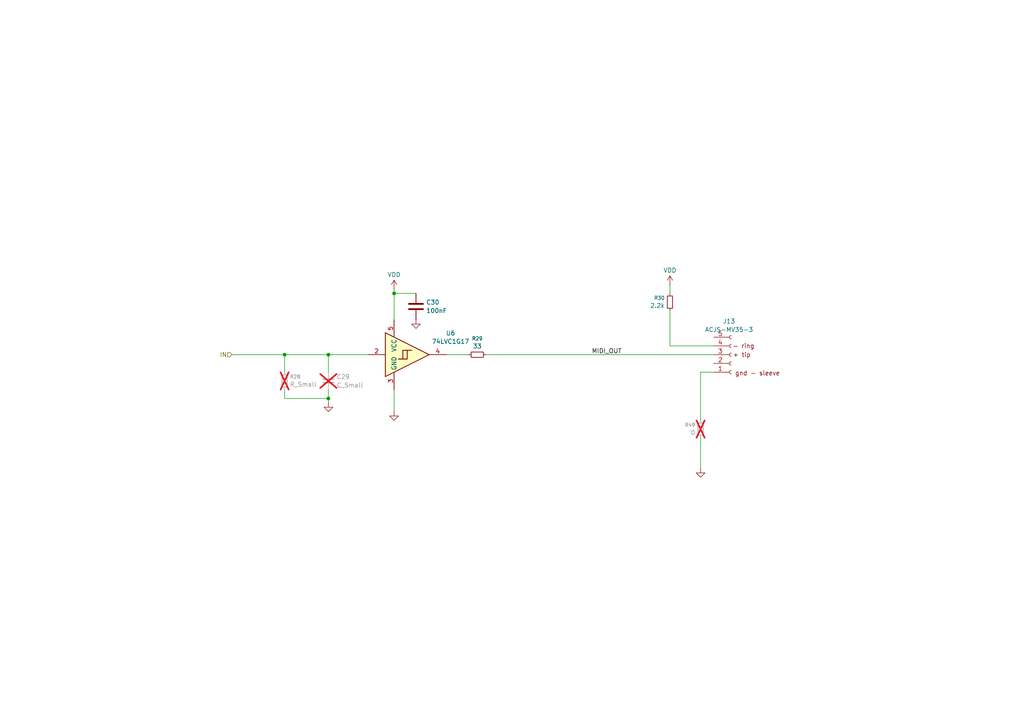
<source format=kicad_sch>
(kicad_sch (version 20250114) (generator "eeschema") (generator_version "9.0")
  (paper "A4")
  (lib_symbols
    (symbol "74xGxx:74LVC1G17"
      (property "Reference" "U" (at 0 3.81 0))
      (property "Value" "74LVC1G17" (at 0 -3.81 0))
      (symbol "74LVC1G17_0_1"
        (polyline (pts (xy -7.62 6.35) (xy -7.62 -6.35) (xy 5.08 0) (xy -7.62 6.35)) (stroke (width 0.254)) (fill (type background)))
        (polyline (pts (xy -3.81 -1.27) (xy -2.54 -1.27) (xy -2.54 1.27) (xy -1.27 1.27)) (stroke (width 0.254)) (fill (type background)))
        (polyline (pts (xy -2.54 -1.27) (xy -1.27 -1.27) (xy -1.27 1.27) (xy 0 1.27)) (stroke (width 0.254)) (fill (type background)))
      )
      (symbol "74LVC1G17_1_1"
        (pin input line (at -12.7 0 0) (length 5.08) (name "~") (number "2"))
        (pin no_connect line (at -7.62 5.08 180) (length 5.08) (hide yes) (name "NC") (number "1"))
        (pin power_in line (at -5.08 10.16 270) (length 5.08) (name "VCC") (number "5"))
        (pin power_in line (at -5.08 -10.16 90) (length 5.08) (name "GND") (number "3"))
        (pin output line (at 10.16 0 180) (length 5.08) (name "~") (number "4"))
      )
    )
    (symbol "Connector:Conn_01x05_Socket" (pin_names (offset 1.016) (hide yes))
      (property "Reference" "J1" (at -0.635 -9.6817 0))
      (property "Value" "ACJS-MV35-3" (at -0.635 -7.2574 0))
      (symbol "Conn_01x05_Socket_1_1"
        (polyline (pts (xy -1.27 5.08) (xy -0.508 5.08)) (stroke (width 0.1524)))
        (polyline (pts (xy -1.27 2.54) (xy -0.508 2.54)) (stroke (width 0.1524)))
        (polyline (pts (xy -1.27 0) (xy -0.508 0)) (stroke (width 0.1524)))
        (polyline (pts (xy -1.27 -2.54) (xy -0.508 -2.54)) (stroke (width 0.1524)))
        (polyline (pts (xy -1.27 -5.08) (xy -0.508 -5.08)) (stroke (width 0.1524)))
        (arc (start 0 4.572) (mid -0.5058 5.08) (end 0 5.588) (stroke (width 0.1524)))
        (arc (start 0 2.032) (mid -0.5058 2.54) (end 0 3.048) (stroke (width 0.1524)))
        (arc (start 0 -0.508) (mid -0.5058 0) (end 0 0.508) (stroke (width 0.1524)))
        (arc (start 0 -3.048) (mid -0.5058 -2.54) (end 0 -2.032) (stroke (width 0.1524)))
        (arc (start 0 -5.588) (mid -0.5058 -5.08) (end 0 -4.572) (stroke (width 0.1524)))
        (text "+ tip" (at 3.048 0 0) (effects (font (size 1.27 1.27))))
        (text "- ring" (at 3.556 -2.54 0) (effects (font (size 1.27 1.27))))
        (text "gnd - sleeve" (at 7.62 5.334 0) (effects (font (size 1.27 1.27))))
        (pin passive line (at -5.08 5.08 0) (length 3.81) (name "Pin_1") (number "1"))
        (pin passive line (at -5.08 2.54 0) (length 3.81) (name "Pin_2") (number "2"))
        (pin passive line (at -5.08 0 0) (length 3.81) (name "Pin_3") (number "3"))
        (pin passive line (at -5.08 -2.54 0) (length 3.81) (name "Pin_4") (number "4"))
        (pin passive line (at -5.08 -5.08 0) (length 3.81) (name "Pin_5") (number "5"))
      )
    )
    (symbol "Device:C" (pin_numbers (hide yes)) (pin_names (offset 0.254))
      (property "Reference" "C" (at 0.635 2.54 0))
      (property "Value" "C" (at 0.635 -2.54 0))
      (symbol "C_0_1"
        (polyline (pts (xy -2.032 0.762) (xy 2.032 0.762)) (stroke (width 0.508)))
        (polyline (pts (xy -2.032 -0.762) (xy 2.032 -0.762)) (stroke (width 0.508)))
      )
      (symbol "C_1_1"
        (pin passive line (at 0 3.81 270) (length 2.794) (name "~") (number "1"))
        (pin passive line (at 0 -3.81 90) (length 2.794) (name "~") (number "2"))
      )
    )
    (symbol "Device:C_Small" (pin_numbers (hide yes)) (pin_names (offset 0.254) (hide yes))
      (property "Reference" "C" (at 0.254 1.778 0))
      (property "Value" "C_Small" (at 0.254 -2.032 0))
      (symbol "C_Small_0_1"
        (polyline (pts (xy -1.524 0.508) (xy 1.524 0.508)) (stroke (width 0.3048)))
        (polyline (pts (xy -1.524 -0.508) (xy 1.524 -0.508)) (stroke (width 0.3302)))
      )
      (symbol "C_Small_1_1"
        (pin passive line (at 0 2.54 270) (length 2.032) (name "~") (number "1"))
        (pin passive line (at 0 -2.54 90) (length 2.032) (name "~") (number "2"))
      )
    )
    (symbol "Device:R_Small" (pin_numbers (hide yes)) (pin_names (offset 0.254) (hide yes))
      (property "Reference" "R" (at 0 0 90))
      (property "Value" "R_Small" (at 1.778 0 90))
      (symbol "R_Small_0_1"
        (rectangle (start -0.762 1.778) (end 0.762 -1.778) (stroke (width 0.2032)))
      )
      (symbol "R_Small_1_1"
        (pin passive line (at 0 2.54 270) (length 0.762) (name "~") (number "1"))
        (pin passive line (at 0 -2.54 90) (length 0.762) (name "~") (number "2"))
      )
    )
    (symbol "power:GND" (power) (pin_numbers (hide yes)) (pin_names (offset 0) (hide yes))
      (property "Value" "GND" (at 0 -3.81 0))
      (symbol "GND_0_1"
        (polyline (pts (xy 0 0) (xy 0 -1.27) (xy 1.27 -1.27) (xy 0 -2.54) (xy -1.27 -1.27) (xy 0 -1.27)))
      )
      (symbol "GND_1_1"
        (pin power_in line (at 0 0 270) (length 0) (name "~") (number "1"))
      )
    )
    (symbol "power:VDD" (power) (pin_numbers (hide yes)) (pin_names (offset 0) (hide yes))
      (property "Value" "VDD" (at 0 3.556 0))
      (symbol "VDD_0_1"
        (polyline (pts (xy -0.762 1.27) (xy 0 2.54)))
        (polyline (pts (xy 0 2.54) (xy 0.762 1.27)))
        (polyline (pts (xy 0 0) (xy 0 2.54)))
      )
      (symbol "VDD_1_1"
        (pin power_in line (at 0 0 90) (length 0) (name "~") (number "1"))
      )
    )
  )
  (junction (at 95.25 102.87))
  (junction (at 82.55 102.87))
  (junction (at 114.3 85.09))
  (junction (at 95.25 115.57))
  (wire (pts (xy 95.25 102.87) (xy 95.25 107.95)))
  (wire (pts (xy 114.3 83.82) (xy 114.3 85.09)))
  (wire (pts (xy 67.31 102.87) (xy 82.55 102.87)))
  (wire (pts (xy 194.31 82.55) (xy 194.31 85.09)))
  (wire (pts (xy 114.3 85.09) (xy 120.65 85.09)))
  (wire (pts (xy 203.2 107.95) (xy 203.2 121.92)))
  (wire (pts (xy 82.55 113.03) (xy 82.55 115.57)))
  (wire (pts (xy 207.01 107.95) (xy 203.2 107.95)))
  (wire (pts (xy 114.3 85.09) (xy 114.3 92.71)))
  (wire (pts (xy 194.31 90.17) (xy 194.31 100.33)))
  (wire (pts (xy 114.3 113.03) (xy 114.3 119.38)))
  (wire (pts (xy 95.25 102.87) (xy 106.68 102.87)))
  (wire (pts (xy 194.31 100.33) (xy 207.01 100.33)))
  (wire (pts (xy 82.55 102.87) (xy 82.55 107.95)))
  (wire (pts (xy 207.01 102.87) (xy 140.97 102.87)))
  (wire (pts (xy 203.2 127) (xy 203.2 135.89)))
  (wire (pts (xy 95.25 115.57) (xy 82.55 115.57)))
  (wire (pts (xy 82.55 102.87) (xy 95.25 102.87)))
  (wire (pts (xy 95.25 113.03) (xy 95.25 115.57)))
  (wire (pts (xy 95.25 116.84) (xy 95.25 115.57)))
  (wire (pts (xy 129.54 102.87) (xy 135.89 102.87)))
  (label "MIDI_OUT" (at 180.34 102.87 180))
  (hierarchical_label "IN" (shape input) (at 67.31 102.87 180))
  (symbol (lib_id "Device:R_Small") (at 82.55 110.49 180) (unit 1) (dnp yes)
    (property "Reference" "R41" (at 84.0486 109.2778 0) (effects (font (size 1.016 1.016)) (justify right)))
    (property "Value" "R_Small" (at 84.0486 111.4977 0) (effects (justify right)))
    (property "Footprint" "Resistor_SMD:R_0603_1608Metric" (effects (hide yes)))
    (property "Description" "Resistor, small symbol" (effects (hide yes)))
    (instances (project "tdm2ethernet1" (path "" (reference "R28") (unit 1)) (path "" (reference "R41") (unit 1))))
  )
  (symbol (lib_id "Device:R_Small") (at 194.31 87.63 0) (mirror x) (unit 1)
    (property "Reference" "R38" (at 192.8114 86.4178 0) (effects (font (size 1.016 1.016)) (justify right)))
    (property "Value" "2.2k" (at 192.8114 88.6377 0) (effects (justify right)))
    (property "Footprint" "Resistor_SMD:R_0603_1608Metric" (effects (hide yes)))
    (property "Description" "Resistor, small symbol" (effects (hide yes)))
    (property "PN" "CRCW06032K20FKEA" (effects (hide yes)))
    (property "LCSC Part #" "C4190" (effects (hide yes)))
    (instances (project "tdm2ethernet1" (path "" (reference "R30") (unit 1)) (path "" (reference "R38") (unit 1))))
  )
  (symbol (lib_id "Device:C") (at 120.65 88.9 0) (unit 1)
    (property "Reference" "C34" (at 123.571 87.6878 0) (effects (justify left)))
    (property "Value" "100nF" (at 123.571 90.1121 0) (effects (justify left)))
    (property "Footprint" "Capacitor_SMD:C_0603_1608Metric" (effects (hide yes)))
    (property "Description" "Unpolarized capacitor" (effects (hide yes)))
    (property "PN" "CC0603KRX7R9BB104" (effects (hide yes)))
    (property "LCSC Part #" "C14663" (effects (hide yes)))
    (instances (project "tdm2ethernet1" (path "" (reference "C30") (unit 1)) (path "" (reference "C34") (unit 1))))
  )
  (symbol (lib_id "power:GND") (at 95.25 116.84 0) (unit 1)
    (property "Reference" "#PWR056" (effects (hide yes)))
    (property "Value" "GND" (effects (hide yes)))
    (property "Description" "Power symbol creates a global label with name \"GND\" , ground" (effects (hide yes)))
    (instances (project "tdm2ethernet1" (path "" (reference "#PWR046") (unit 1)) (path "" (reference "#PWR056") (unit 1))))
  )
  (symbol (lib_id "power:GND") (at 114.3 119.38 0) (unit 1)
    (property "Reference" "#PWR058" (effects (hide yes)))
    (property "Value" "GND" (effects (hide yes)))
    (property "Description" "Power symbol creates a global label with name \"GND\" , ground" (effects (hide yes)))
    (instances (project "tdm2ethernet1" (path "" (reference "#PWR048") (unit 1)) (path "" (reference "#PWR058") (unit 1))))
  )
  (symbol (lib_id "power:GND") (at 120.65 92.71 0) (unit 1)
    (property "Reference" "#PWR059" (effects (hide yes)))
    (property "Value" "GND" (effects (hide yes)))
    (property "Description" "Power symbol creates a global label with name \"GND\" , ground" (effects (hide yes)))
    (instances (project "tdm2ethernet1" (path "" (reference "#PWR077") (unit 1)) (path "" (reference "#PWR059") (unit 1))))
  )
  (symbol (lib_id "power:VDD") (at 194.31 82.55 0) (mirror y) (unit 1)
    (property "Reference" "#PWR055" (effects (hide yes)))
    (property "Value" "VDD" (at 194.31 78.4169 0))
    (property "Description" "Power symbol creates a global label with name \"VDD\"" (effects (hide yes)))
    (instances (project "tdm2ethernet1" (path "" (reference "#PWR078") (unit 1)) (path "" (reference "#PWR055") (unit 1))))
  )
  (symbol (lib_id "Device:C_Small") (at 95.25 110.49 0) (unit 1) (dnp yes)
    (property "Reference" "C33" (at 97.5741 109.2841 0) (effects (justify left)))
    (property "Value" "C_Small" (at 97.5741 111.7084 0) (effects (justify left)))
    (property "Footprint" "Capacitor_SMD:C_0603_1608Metric" (effects (hide yes)))
    (property "Description" "Unpolarized capacitor, small symbol" (effects (hide yes)))
    (instances (project "tdm2ethernet1" (path "" (reference "C29") (unit 1)) (path "" (reference "C33") (unit 1))))
  )
  (symbol (lib_id "74xGxx:74LVC1G17") (at 119.38 102.87 0) (unit 1)
    (property "Reference" "U8" (at 130.6853 96.6234 0))
    (property "Value" "74LVC1G17" (at 130.6853 99.0477 0))
    (property "Footprint" "Package_TO_SOT_SMD:SOT-23-5" (effects (hide yes)))
    (property "Datasheet" "https://www.ti.com/lit/ds/symlink/sn74lvc1g17.pdf" (effects (hide yes)))
    (property "Description" "Single Schmitt Buffer Gate, Low-Voltage CMOS" (effects (hide yes)))
    (property "PN" "SN74LVC1G17DBVR" (effects (hide yes)))
    (property "LCSC Part #" "C7836" (effects (hide yes)))
    (instances (project "tdm2ethernet1" (path "" (reference "U6") (unit 1)) (path "" (reference "U8") (unit 1))))
  )
  (symbol (lib_id "power:GND") (at 203.2 135.89 0) (mirror y) (unit 1)
    (property "Reference" "#PWR054" (effects (hide yes)))
    (property "Value" "GND" (effects (hide yes)))
    (property "Description" "Power symbol creates a global label with name \"GND\" , ground" (effects (hide yes)))
    (instances (project "tdm2ethernet1" (path "" (reference "#PWR079") (unit 1)) (path "" (reference "#PWR054") (unit 1))))
  )
  (symbol (lib_id "Device:R_Small") (at 138.43 102.87 90) (unit 1)
    (property "Reference" "R42" (at 138.43 98.1933 90) (effects (font (size 1.016 1.016))))
    (property "Value" "33" (at 138.43 100.4132 90))
    (property "Footprint" "Resistor_SMD:R_0603_1608Metric" (effects (hide yes)))
    (property "Description" "Resistor, small symbol" (effects (hide yes)))
    (property "PN" "CRCW060333R0FKEAC" (effects (hide yes)))
    (property "LCSC Part #" "C23140" (effects (hide yes)))
    (instances (project "tdm2ethernet1" (path "" (reference "R29") (unit 1)) (path "" (reference "R42") (unit 1))))
  )
  (symbol (lib_id "power:VDD") (at 114.3 83.82 0) (unit 1)
    (property "Reference" "#PWR057" (effects (hide yes)))
    (property "Value" "VDD" (at 114.3 79.6869 0))
    (property "Description" "Power symbol creates a global label with name \"VDD\"" (effects (hide yes)))
    (instances (project "tdm2ethernet1" (path "" (reference "#PWR047") (unit 1)) (path "" (reference "#PWR057") (unit 1))))
  )
  (symbol (lib_id "Device:R_Small") (at 203.2 124.46 0) (mirror x) (unit 1) (dnp yes)
    (property "Reference" "R48" (at 201.7014 123.2478 0) (effects (font (size 1.016 1.016)) (justify right)))
    (property "Value" "0" (at 201.7014 125.4677 0) (effects (justify right)))
    (property "Footprint" "Resistor_SMD:R_0603_1608Metric" (effects (hide yes)))
    (property "Description" "Resistor, small symbol" (effects (hide yes)))
    (property "PN" "CRCW06030000Z0EA" (effects (hide yes)))
    (property "LCSC Part #" "C21189" (effects (hide yes)))
    (instances (project "tdm2ethernet1" (path "" (reference "R49") (unit 1)) (path "" (reference "R48") (unit 1))))
  )
  (symbol (lib_id "Connector:Conn_01x05_Socket") (at 212.09 102.87 0) (mirror x) (unit 1)
    (property "Reference" "J12" (at 211.455 93.1883 0))
    (property "Value" "ACJS-MV35-3" (at 211.455 95.6126 0))
    (property "Footprint" "pcm3168a_euro1:Amphenol_ACJS" (effects (hide yes)))
    (property "Description" "Generic connector, single row, 01x05, script generated" (effects (hide yes)))
    (property "PN" "ACJS-MV35-3" (effects (hide yes)))
    (instances (project "tdm2ethernet1" (path "" (reference "J13") (unit 1)) (path "" (reference "J12") (unit 1))))
  )
)
</source>
